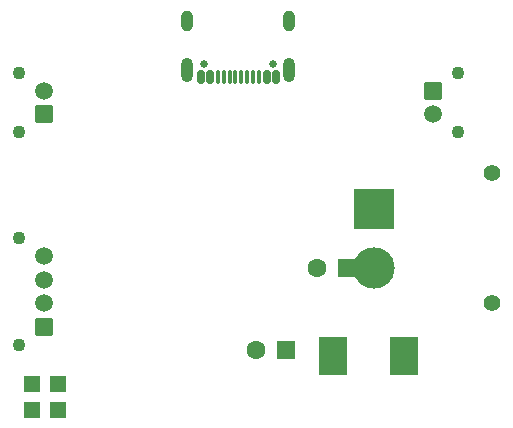
<source format=gbr>
%TF.GenerationSoftware,KiCad,Pcbnew,8.0.4*%
%TF.CreationDate,2024-09-21T01:35:51-04:00*%
%TF.ProjectId,DangerDoughnut,44616e67-6572-4446-9f75-67686e75742e,rev?*%
%TF.SameCoordinates,Original*%
%TF.FileFunction,Soldermask,Bot*%
%TF.FilePolarity,Negative*%
%FSLAX46Y46*%
G04 Gerber Fmt 4.6, Leading zero omitted, Abs format (unit mm)*
G04 Created by KiCad (PCBNEW 8.0.4) date 2024-09-21 01:35:51*
%MOMM*%
%LPD*%
G01*
G04 APERTURE LIST*
G04 Aperture macros list*
%AMRoundRect*
0 Rectangle with rounded corners*
0 $1 Rounding radius*
0 $2 $3 $4 $5 $6 $7 $8 $9 X,Y pos of 4 corners*
0 Add a 4 corners polygon primitive as box body*
4,1,4,$2,$3,$4,$5,$6,$7,$8,$9,$2,$3,0*
0 Add four circle primitives for the rounded corners*
1,1,$1+$1,$2,$3*
1,1,$1+$1,$4,$5*
1,1,$1+$1,$6,$7*
1,1,$1+$1,$8,$9*
0 Add four rect primitives between the rounded corners*
20,1,$1+$1,$2,$3,$4,$5,0*
20,1,$1+$1,$4,$5,$6,$7,0*
20,1,$1+$1,$6,$7,$8,$9,0*
20,1,$1+$1,$8,$9,$2,$3,0*%
G04 Aperture macros list end*
%ADD10R,1.400000X1.400000*%
%ADD11R,1.600000X1.600000*%
%ADD12C,1.600000*%
%ADD13C,1.100000*%
%ADD14RoundRect,0.102000X-0.654000X0.654000X-0.654000X-0.654000X0.654000X-0.654000X0.654000X0.654000X0*%
%ADD15C,1.512000*%
%ADD16R,2.489200X3.251200*%
%ADD17RoundRect,0.102000X0.654000X-0.654000X0.654000X0.654000X-0.654000X0.654000X-0.654000X-0.654000X0*%
%ADD18C,0.650000*%
%ADD19RoundRect,0.150000X-0.150000X-0.425000X0.150000X-0.425000X0.150000X0.425000X-0.150000X0.425000X0*%
%ADD20RoundRect,0.075000X-0.075000X-0.500000X0.075000X-0.500000X0.075000X0.500000X-0.075000X0.500000X0*%
%ADD21O,1.000000X1.800000*%
%ADD22O,1.000000X2.100000*%
%ADD23C,1.400000*%
%ADD24R,3.500000X3.500000*%
%ADD25C,3.500000*%
G04 APERTURE END LIST*
D10*
%TO.C,ANT1*%
X82500000Y-69300000D03*
X84700000Y-69300000D03*
X84700000Y-71500000D03*
X82500000Y-71500000D03*
%TD*%
D11*
%TO.C,C8*%
X104000000Y-66500000D03*
D12*
X101500000Y-66500000D03*
%TD*%
D13*
%TO.C,J3*%
X81400000Y-43000000D03*
X81400000Y-48000000D03*
D14*
X83500000Y-46500000D03*
D15*
X83500000Y-44500000D03*
%TD*%
D11*
%TO.C,C29*%
X109182380Y-59500000D03*
D12*
X106682379Y-59500000D03*
%TD*%
D16*
%TO.C,L1*%
X113997200Y-67000000D03*
X108002800Y-67000000D03*
%TD*%
D13*
%TO.C,J2*%
X118600000Y-48000000D03*
X118600000Y-43000000D03*
D17*
X116500000Y-44500000D03*
D15*
X116500000Y-46500000D03*
%TD*%
D18*
%TO.C,J6*%
X97110000Y-42280000D03*
X102890000Y-42280000D03*
D19*
X96800000Y-43355000D03*
X97600000Y-43355000D03*
D20*
X98750000Y-43355000D03*
X99750000Y-43355000D03*
X100250000Y-43355000D03*
X101250000Y-43355000D03*
D19*
X102400000Y-43355000D03*
X103200000Y-43355000D03*
X103200000Y-43355000D03*
X102400000Y-43355000D03*
D20*
X101750000Y-43355000D03*
X100750000Y-43355000D03*
X99250000Y-43355000D03*
X98250000Y-43355000D03*
D19*
X97600000Y-43355000D03*
X96800000Y-43355000D03*
D21*
X95680000Y-38600000D03*
D22*
X95680000Y-42780000D03*
D21*
X104320000Y-38600000D03*
D22*
X104320000Y-42780000D03*
%TD*%
D13*
%TO.C,J4*%
X81400000Y-57000000D03*
X81400000Y-66000000D03*
D14*
X83500000Y-64500000D03*
D15*
X83500000Y-62500000D03*
X83500000Y-60500000D03*
X83500000Y-58500000D03*
%TD*%
D23*
%TO.C,J1*%
X121500000Y-62500000D03*
X121500000Y-51500000D03*
D24*
X111500000Y-54500000D03*
D25*
X111500000Y-59500000D03*
%TD*%
M02*

</source>
